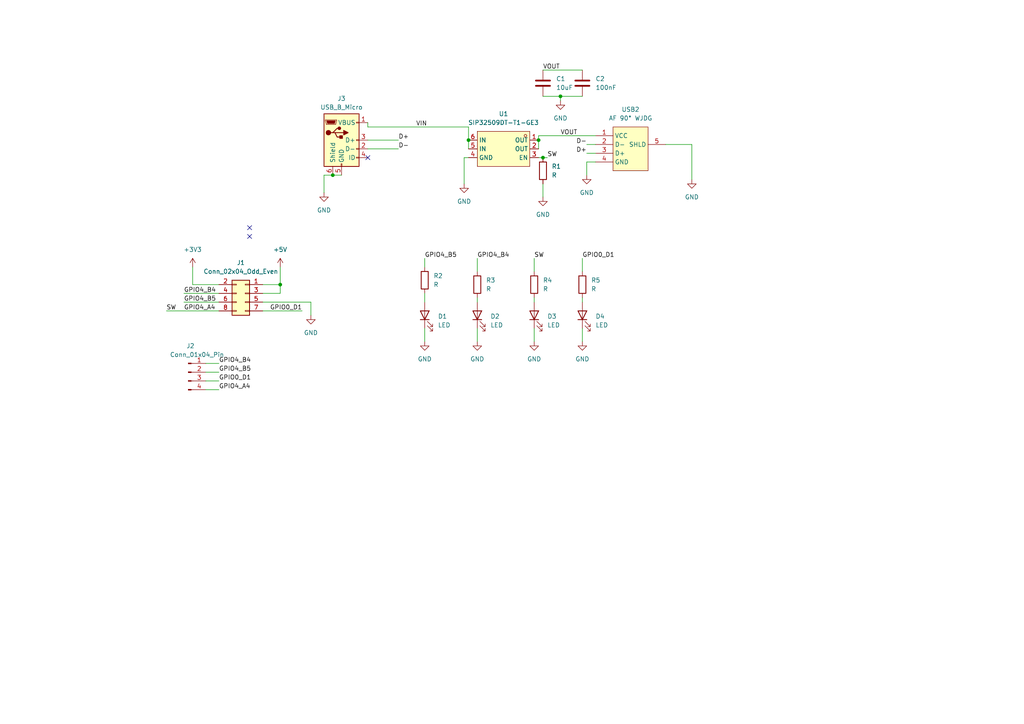
<source format=kicad_sch>
(kicad_sch (version 20230121) (generator eeschema)
  (paper "A4")
  (lib_symbols
    (symbol "Connector:Conn_01x04_Pin" (pin_names (offset 1.016) hide)
      (property "Reference" "J" (at 0 5.08 0))
      (property "Value" "Conn_01x04_Pin" (at 0 -7.62 0))
      (symbol "Conn_01x04_Pin_1_1"
        (polyline (pts (xy 1.27 -5.08) (xy 0.8636 -5.08)) (stroke (width 0.1524)))
        (polyline (pts (xy 1.27 -2.54) (xy 0.8636 -2.54)) (stroke (width 0.1524)))
        (polyline (pts (xy 1.27 0) (xy 0.8636 0)) (stroke (width 0.1524)))
        (polyline (pts (xy 1.27 2.54) (xy 0.8636 2.54)) (stroke (width 0.1524)))
        (rectangle (start 0.8636 -4.953) (end 0 -5.207) (stroke (width 0.1524)) (fill (type outline)))
        (rectangle (start 0.8636 -2.413) (end 0 -2.667) (stroke (width 0.1524)) (fill (type outline)))
        (rectangle (start 0.8636 0.127) (end 0 -0.127) (stroke (width 0.1524)) (fill (type outline)))
        (rectangle (start 0.8636 2.667) (end 0 2.413) (stroke (width 0.1524)) (fill (type outline)))
        (pin passive line (at 5.08 2.54 180) (length 3.81) (name "Pin_1") (number "1"))
        (pin passive line (at 5.08 0 180) (length 3.81) (name "Pin_2") (number "2"))
        (pin passive line (at 5.08 -2.54 180) (length 3.81) (name "Pin_3") (number "3"))
        (pin passive line (at 5.08 -5.08 180) (length 3.81) (name "Pin_4") (number "4"))
      )
    )
    (symbol "Connector:USB_B_Micro" (pin_names (offset 1.016))
      (property "Reference" "J" (at -5.08 11.43 0))
      (property "Value" "USB_B_Micro" (at -5.08 8.89 0))
      (symbol "USB_B_Micro_0_1"
        (rectangle (start -5.08 -7.62) (end 5.08 7.62) (stroke (width 0.254)) (fill (type background)))
        (circle (center -3.81 2.159) (radius 0.635) (stroke (width 0.254)) (fill (type outline)))
        (circle (center -0.635 3.429) (radius 0.381) (stroke (width 0.254)) (fill (type outline)))
        (rectangle (start -0.127 -7.62) (end 0.127 -6.858))
        (polyline (pts (xy -1.905 2.159) (xy 0.635 2.159)) (stroke (width 0.254)))
        (polyline (pts (xy -3.175 2.159) (xy -2.54 2.159) (xy -1.27 3.429) (xy -0.635 3.429)) (stroke (width 0.254)))
        (polyline (pts (xy -2.54 2.159) (xy -1.905 2.159) (xy -1.27 0.889) (xy 0 0.889)) (stroke (width 0.254)))
        (polyline (pts (xy 0.635 2.794) (xy 0.635 1.524) (xy 1.905 2.159) (xy 0.635 2.794)) (stroke (width 0.254)) (fill (type outline)))
        (polyline (pts (xy -4.318 5.588) (xy -1.778 5.588) (xy -2.032 4.826) (xy -4.064 4.826) (xy -4.318 5.588)) (fill (type outline)))
        (polyline (pts (xy -4.699 5.842) (xy -4.699 5.588) (xy -4.445 4.826) (xy -4.445 4.572) (xy -1.651 4.572) (xy -1.651 4.826) (xy -1.397 5.588) (xy -1.397 5.842) (xy -4.699 5.842)))
        (rectangle (start 0.254 1.27) (end -0.508 0.508) (stroke (width 0.254)) (fill (type outline)))
        (rectangle (start 5.08 -5.207) (end 4.318 -4.953))
        (rectangle (start 5.08 -2.667) (end 4.318 -2.413))
        (rectangle (start 5.08 -0.127) (end 4.318 0.127))
        (rectangle (start 5.08 4.953) (end 4.318 5.207))
      )
      (symbol "USB_B_Micro_1_1"
        (pin power_out line (at 7.62 5.08 180) (length 2.54) (name "VBUS") (number "1"))
        (pin bidirectional line (at 7.62 -2.54 180) (length 2.54) (name "D-") (number "2"))
        (pin bidirectional line (at 7.62 0 180) (length 2.54) (name "D+") (number "3"))
        (pin passive line (at 7.62 -5.08 180) (length 2.54) (name "ID") (number "4"))
        (pin power_out line (at 0 -10.16 90) (length 2.54) (name "GND") (number "5"))
        (pin passive line (at -2.54 -10.16 90) (length 2.54) (name "Shield") (number "6"))
      )
    )
    (symbol "Connector_Generic:Conn_02x04_Odd_Even" (pin_names (offset 1.016) hide)
      (property "Reference" "J" (at 1.27 5.08 0))
      (property "Value" "Conn_02x04_Odd_Even" (at 1.27 -7.62 0))
      (symbol "Conn_02x04_Odd_Even_1_1"
        (rectangle (start -1.27 -4.953) (end 0 -5.207) (stroke (width 0.1524)))
        (rectangle (start -1.27 -2.413) (end 0 -2.667) (stroke (width 0.1524)))
        (rectangle (start -1.27 0.127) (end 0 -0.127) (stroke (width 0.1524)))
        (rectangle (start -1.27 2.667) (end 0 2.413) (stroke (width 0.1524)))
        (rectangle (start -1.27 3.81) (end 3.81 -6.35) (stroke (width 0.254)) (fill (type background)))
        (rectangle (start 3.81 -4.953) (end 2.54 -5.207) (stroke (width 0.1524)))
        (rectangle (start 3.81 -2.413) (end 2.54 -2.667) (stroke (width 0.1524)))
        (rectangle (start 3.81 0.127) (end 2.54 -0.127) (stroke (width 0.1524)))
        (rectangle (start 3.81 2.667) (end 2.54 2.413) (stroke (width 0.1524)))
        (pin passive line (at -5.08 2.54 0) (length 3.81) (name "Pin_1") (number "1"))
        (pin passive line (at 7.62 2.54 180) (length 3.81) (name "Pin_2") (number "2"))
        (pin passive line (at -5.08 0 0) (length 3.81) (name "Pin_3") (number "3"))
        (pin passive line (at 7.62 0 180) (length 3.81) (name "Pin_4") (number "4"))
        (pin passive line (at -5.08 -2.54 0) (length 3.81) (name "Pin_5") (number "5"))
        (pin passive line (at 7.62 -2.54 180) (length 3.81) (name "Pin_6") (number "6"))
        (pin passive line (at -5.08 -5.08 0) (length 3.81) (name "Pin_7") (number "7"))
        (pin passive line (at 7.62 -5.08 180) (length 3.81) (name "Pin_8") (number "8"))
      )
    )
    (symbol "Device:C" (pin_numbers hide) (pin_names (offset 0.254))
      (property "Reference" "C" (at 0.635 2.54 0))
      (property "Value" "C" (at 0.635 -2.54 0))
      (symbol "C_0_1"
        (polyline (pts (xy -2.032 -0.762) (xy 2.032 -0.762)) (stroke (width 0.508)))
        (polyline (pts (xy -2.032 0.762) (xy 2.032 0.762)) (stroke (width 0.508)))
      )
      (symbol "C_1_1"
        (pin passive line (at 0 3.81 270) (length 2.794) (name "~") (number "1"))
        (pin passive line (at 0 -3.81 90) (length 2.794) (name "~") (number "2"))
      )
    )
    (symbol "Device:LED" (pin_numbers hide) (pin_names (offset 1.016) hide)
      (property "Reference" "D" (at 0 2.54 0))
      (property "Value" "LED" (at 0 -2.54 0))
      (symbol "LED_0_1"
        (polyline (pts (xy -1.27 -1.27) (xy -1.27 1.27)) (stroke (width 0.254)))
        (polyline (pts (xy -1.27 0) (xy 1.27 0)))
        (polyline (pts (xy 1.27 -1.27) (xy 1.27 1.27) (xy -1.27 0) (xy 1.27 -1.27)) (stroke (width 0.254)))
        (polyline (pts (xy -3.048 -0.762) (xy -4.572 -2.286) (xy -3.81 -2.286) (xy -4.572 -2.286) (xy -4.572 -1.524)))
        (polyline (pts (xy -1.778 -0.762) (xy -3.302 -2.286) (xy -2.54 -2.286) (xy -3.302 -2.286) (xy -3.302 -1.524)))
      )
      (symbol "LED_1_1"
        (pin passive line (at -3.81 0 0) (length 2.54) (name "K") (number "1"))
        (pin passive line (at 3.81 0 180) (length 2.54) (name "A") (number "2"))
      )
    )
    (symbol "Device:R" (pin_numbers hide) (pin_names (offset 0))
      (property "Reference" "R" (at 2.032 0 90))
      (property "Value" "R" (at 0 0 90))
      (symbol "R_0_1"
        (rectangle (start -1.016 -2.54) (end 1.016 2.54) (stroke (width 0.254)))
      )
      (symbol "R_1_1"
        (pin passive line (at 0 3.81 270) (length 1.27) (name "~") (number "1"))
        (pin passive line (at 0 -3.81 90) (length 1.27) (name "~") (number "2"))
      )
    )
    (symbol "SiP32509:SIP32509DT-T1-GE3"
      (property "Reference" "U" (at 0 7.62 0))
      (property "Value" "SIP32509DT-T1-GE3" (at 0 -7.62 0))
      (symbol "SIP32509DT-T1-GE3_0_1"
        (rectangle (start -7.62 5.08) (end 7.62 -5.08) (fill (type background)))
        (circle (center -6.35 3.81) (radius 0.38))
        (pin unspecified line (at -10.16 2.54 0) (length 2.54) (name "OUT") (number "1"))
        (pin unspecified line (at -10.16 0 0) (length 2.54) (name "OUT") (number "2"))
        (pin unspecified line (at -10.16 -2.54 0) (length 2.54) (name "EN") (number "3"))
        (pin unspecified line (at 10.16 -2.54 180) (length 2.54) (name "GND") (number "4"))
        (pin unspecified line (at 10.16 0 180) (length 2.54) (name "IN") (number "5"))
        (pin unspecified line (at 10.16 2.54 180) (length 2.54) (name "IN") (number "6"))
      )
    )
    (symbol "power:+3V3" (power) (pin_names (offset 0))
      (property "Value" "+3V3" (at 0 3.556 0))
      (symbol "+3V3_0_1"
        (polyline (pts (xy -0.762 1.27) (xy 0 2.54)))
        (polyline (pts (xy 0 0) (xy 0 2.54)))
        (polyline (pts (xy 0 2.54) (xy 0.762 1.27)))
      )
      (symbol "+3V3_1_1"
        (pin power_in line (at 0 0 90) (length 0) hide (name "+3V3") (number "1"))
      )
    )
    (symbol "power:+5V" (power) (pin_names (offset 0))
      (property "Value" "+5V" (at 0 3.556 0))
      (symbol "+5V_0_1"
        (polyline (pts (xy -0.762 1.27) (xy 0 2.54)))
        (polyline (pts (xy 0 0) (xy 0 2.54)))
        (polyline (pts (xy 0 2.54) (xy 0.762 1.27)))
      )
      (symbol "+5V_1_1"
        (pin power_in line (at 0 0 90) (length 0) hide (name "+5V") (number "1"))
      )
    )
    (symbol "power:GND" (power) (pin_names (offset 0))
      (property "Value" "GND" (at 0 -3.81 0))
      (symbol "GND_0_1"
        (polyline (pts (xy 0 0) (xy 0 -1.27) (xy 1.27 -1.27) (xy 0 -2.54) (xy -1.27 -1.27) (xy 0 -1.27)))
      )
      (symbol "GND_1_1"
        (pin power_in line (at 0 0 270) (length 0) hide (name "GND") (number "1"))
      )
    )
    (symbol "usb:AF90°WJDG"
      (property "Reference" "USB" (at 0 7.62 0))
      (property "Value" "AF 90° WJDG" (at 0 -10.16 0))
      (symbol "AF90°WJDG_0_1"
        (rectangle (start -5.08 5.08) (end 5.08 -7.62) (fill (type background)))
        (pin input line (at 10.16 2.54 180) (length 5.08) (name "VCC") (number "1"))
        (pin input line (at 10.16 0 180) (length 5.08) (name "D-") (number "2"))
        (pin input line (at 10.16 -2.54 180) (length 5.08) (name "D+") (number "3"))
        (pin input line (at 10.16 -5.08 180) (length 5.08) (name "GND") (number "4"))
        (pin unspecified line (at -10.16 0 0) (length 5.08) (name "SHLD") (number "5"))
      )
    )
  )
  (junction (at 81.28 82.55))
  (junction (at 156.21 40.64))
  (junction (at 162.56 27.94))
  (junction (at 96.52 50.8))
  (junction (at 157.48 45.72))
  (junction (at 135.89 40.64))
  (no_connect (at 106.68 45.72))
  (no_connect (at 72.39 66.04))
  (no_connect (at 72.39 68.58))
  (wire (pts (xy 170.18 46.99) (xy 172.72 46.99)))
  (wire (pts (xy 157.48 45.72) (xy 158.75 45.72)))
  (wire (pts (xy 200.66 52.07) (xy 200.66 41.91)))
  (wire (pts (xy 168.91 95.25) (xy 168.91 99.06)))
  (wire (pts (xy 135.89 40.64) (xy 135.89 43.18)))
  (wire (pts (xy 156.21 39.37) (xy 172.72 39.37)))
  (wire (pts (xy 63.5 107.95) (xy 59.69 107.95)))
  (wire (pts (xy 157.48 20.32) (xy 168.91 20.32)))
  (wire (pts (xy 154.94 74.93) (xy 154.94 78.74)))
  (wire (pts (xy 76.2 90.17) (xy 87.63 90.17)))
  (wire (pts (xy 106.68 36.83) (xy 135.89 36.83)))
  (wire (pts (xy 106.68 43.18) (xy 115.57 43.18)))
  (wire (pts (xy 168.91 86.36) (xy 168.91 87.63)))
  (wire (pts (xy 123.19 74.93) (xy 123.19 77.47)))
  (wire (pts (xy 96.52 50.8) (xy 99.06 50.8)))
  (wire (pts (xy 93.98 55.88) (xy 93.98 50.8)))
  (wire (pts (xy 134.62 45.72) (xy 135.89 45.72)))
  (wire (pts (xy 156.21 40.64) (xy 156.21 43.18)))
  (wire (pts (xy 81.28 77.47) (xy 81.28 82.55)))
  (wire (pts (xy 162.56 27.94) (xy 168.91 27.94)))
  (wire (pts (xy 154.94 86.36) (xy 154.94 87.63)))
  (wire (pts (xy 156.21 40.64) (xy 156.21 39.37)))
  (wire (pts (xy 90.17 87.63) (xy 76.2 87.63)))
  (wire (pts (xy 53.34 87.63) (xy 63.5 87.63)))
  (wire (pts (xy 172.72 44.45) (xy 170.18 44.45)))
  (wire (pts (xy 156.21 45.72) (xy 157.48 45.72)))
  (wire (pts (xy 170.18 41.91) (xy 172.72 41.91)))
  (wire (pts (xy 81.28 85.09) (xy 76.2 85.09)))
  (wire (pts (xy 90.17 91.44) (xy 90.17 87.63)))
  (wire (pts (xy 135.89 36.83) (xy 135.89 40.64)))
  (wire (pts (xy 134.62 53.34) (xy 134.62 45.72)))
  (wire (pts (xy 55.88 82.55) (xy 63.5 82.55)))
  (wire (pts (xy 138.43 86.36) (xy 138.43 87.63)))
  (wire (pts (xy 168.91 74.93) (xy 168.91 78.74)))
  (wire (pts (xy 48.26 90.17) (xy 63.5 90.17)))
  (wire (pts (xy 55.88 77.47) (xy 55.88 82.55)))
  (wire (pts (xy 138.43 95.25) (xy 138.43 99.06)))
  (wire (pts (xy 81.28 82.55) (xy 81.28 85.09)))
  (wire (pts (xy 106.68 36.83) (xy 106.68 35.56)))
  (wire (pts (xy 162.56 29.21) (xy 162.56 27.94)))
  (wire (pts (xy 170.18 50.8) (xy 170.18 46.99)))
  (wire (pts (xy 162.56 27.94) (xy 157.48 27.94)))
  (wire (pts (xy 157.48 53.34) (xy 157.48 57.15)))
  (wire (pts (xy 81.28 82.55) (xy 76.2 82.55)))
  (wire (pts (xy 138.43 74.93) (xy 138.43 78.74)))
  (wire (pts (xy 63.5 113.03) (xy 59.69 113.03)))
  (wire (pts (xy 63.5 110.49) (xy 59.69 110.49)))
  (wire (pts (xy 63.5 105.41) (xy 59.69 105.41)))
  (wire (pts (xy 106.68 40.64) (xy 115.57 40.64)))
  (wire (pts (xy 123.19 85.09) (xy 123.19 87.63)))
  (wire (pts (xy 123.19 95.25) (xy 123.19 99.06)))
  (wire (pts (xy 93.98 50.8) (xy 96.52 50.8)))
  (wire (pts (xy 200.66 41.91) (xy 193.04 41.91)))
  (wire (pts (xy 154.94 95.25) (xy 154.94 99.06)))
  (wire (pts (xy 53.34 85.09) (xy 63.5 85.09)))
  (label "SW" (at 48.26 90.17 0))
  (label "VOUT" (at 157.48 20.32 0))
  (label "VOUT" (at 162.56 39.37 0))
  (label "VIN" (at 120.65 36.83 0))
  (label "GPIO4_B5" (at 123.19 74.93 0))
  (label "GPIO4_A4" (at 53.34 90.17 0))
  (label "GPIO4_A4" (at 63.5 113.03 0))
  (label "D-" (at 115.57 43.18 0))
  (label "SW" (at 158.75 45.72 0))
  (label "GPIO0_D1" (at 168.91 74.93 0))
  (label "D+" (at 170.18 44.45 180))
  (label "GPIO4_B5" (at 63.5 107.95 0))
  (label "GPIO4_B4" (at 63.5 105.41 0))
  (label "GPIO4_B4" (at 138.43 74.93 0))
  (label "GPIO4_B5" (at 53.34 87.63 0))
  (label "D+" (at 115.57 40.64 0))
  (label "GPIO4_B4" (at 53.34 85.09 0))
  (label "D-" (at 170.18 41.91 180))
  (label "GPIO0_D1" (at 63.5 110.49 0))
  (label "SW" (at 154.94 74.93 0))
  (label "GPIO0_D1" (at 87.63 90.17 180))
  (symbol (lib_id "power:GND") (at 93.98 55.88 0) (unit 1)
    (property "Reference" "#PWR07" (effects hide))
    (property "Value" "GND" (at 93.98 60.96 0))
  )
  (symbol (lib_id "usb:AF90°WJDG") (at 182.88 41.91 0) (mirror y) (unit 1)
    (property "Reference" "USB2" (at 182.88 31.75 0))
    (property "Value" "AF 90° WJDG" (at 182.88 34.29 0))
    (property "Footprint" "usb.pretty:USB-A-TH_AF-WJDG" (effects hide))
    (property "Datasheet" "https://lcsc.com/product-detail/USB-Connectors_SHOU-HAN-AF-900-WJDG_C456018.html" (effects hide))
    (property "LCSC Part" "C456018" (effects hide))
  )
  (symbol (lib_id "power:GND") (at 90.17 91.44 0) (unit 1)
    (property "Reference" "#PWR09" (effects hide))
    (property "Value" "GND" (at 90.17 96.52 0))
  )
  (symbol (lib_id "Device:R") (at 157.48 49.53 0) (unit 1)
    (property "Reference" "R1" (at 160.02 48.26 0) (effects (justify left)))
    (property "Value" "R" (at 160.02 50.8 0) (effects (justify left)))
    (property "Footprint" "Resistor_SMD:R_0805_2012Metric" (effects hide))
  )
  (symbol (lib_id "Device:C") (at 157.48 24.13 0) (unit 1)
    (property "Reference" "C1" (at 161.29 22.86 0) (effects (justify left)))
    (property "Value" "10uF" (at 161.29 25.4 0) (effects (justify left)))
    (property "Footprint" "Capacitor_SMD:C_0805_2012Metric" (effects hide))
    (property "LCSC" "C15850" (effects hide))
  )
  (symbol (lib_id "power:GND") (at 134.62 53.34 0) (unit 1)
    (property "Reference" "#PWR02" (effects hide))
    (property "Value" "GND" (at 134.62 58.42 0))
  )
  (symbol (lib_id "power:GND") (at 138.43 99.06 0) (unit 1)
    (property "Reference" "#PWR011" (effects hide))
    (property "Value" "GND" (at 138.43 104.14 0))
  )
  (symbol (lib_id "SiP32509:SIP32509DT-T1-GE3") (at 146.05 43.18 0) (mirror y) (unit 1)
    (property "Reference" "U1" (at 146.05 33.02 0))
    (property "Value" "SIP32509DT-T1-GE3" (at 146.05 35.56 0))
    (property "Footprint" "sip.pretty:TSOT-23-6_L2.9-W1.6-P0.95-LS2.8-BL" (effects hide))
    (property "Datasheet" "https://lcsc.com/product-detail/Others_Vishay-Intertech-SIP32509DT-T1-GE3_C335619.html" (effects hide))
    (property "LCSC Part" "C335619" (effects hide))
  )
  (symbol (lib_id "Device:R") (at 123.19 81.28 0) (unit 1)
    (property "Reference" "R2" (at 125.73 80.01 0) (effects (justify left)))
    (property "Value" "R" (at 125.73 82.55 0) (effects (justify left)))
    (property "Footprint" "Resistor_SMD:R_0805_2012Metric" (effects hide))
  )
  (symbol (lib_id "Device:R") (at 138.43 82.55 0) (unit 1)
    (property "Reference" "R3" (at 140.97 81.28 0) (effects (justify left)))
    (property "Value" "R" (at 140.97 83.82 0) (effects (justify left)))
    (property "Footprint" "Resistor_SMD:R_0805_2012Metric" (effects hide))
  )
  (symbol (lib_id "power:+3V3") (at 55.88 77.47 0) (unit 1)
    (property "Reference" "#PWR010" (effects hide))
    (property "Value" "+3V3" (at 55.88 72.39 0))
  )
  (symbol (lib_id "power:GND") (at 123.19 99.06 0) (unit 1)
    (property "Reference" "#PWR01" (effects hide))
    (property "Value" "GND" (at 123.19 104.14 0))
  )
  (symbol (lib_id "power:GND") (at 154.94 99.06 0) (unit 1)
    (property "Reference" "#PWR012" (effects hide))
    (property "Value" "GND" (at 154.94 104.14 0))
  )
  (symbol (lib_id "Connector_Generic:Conn_02x04_Odd_Even") (at 71.12 85.09 0) (mirror y) (unit 1)
    (property "Reference" "J1" (at 69.85 76.2 0))
    (property "Value" "Conn_02x04_Odd_Even" (at 69.85 78.74 0))
    (property "Footprint" "Connector_PinSocket_2.54mm:PinSocket_2x04_P2.54mm_Vertical" (effects hide))
  )
  (symbol (lib_id "Connector:USB_B_Micro") (at 99.06 40.64 0) (unit 1)
    (property "Reference" "J3" (at 99.06 28.575 0))
    (property "Value" "USB_B_Micro" (at 99.06 31.115 0))
    (property "Footprint" "Connector_USB:USB_Micro-AB_Molex_47590-0001" (effects hide))
    (property "LCSC" "C136001" (effects hide))
  )
  (symbol (lib_id "Device:LED") (at 123.19 91.44 90) (unit 1)
    (property "Reference" "D1" (at 127 91.7575 90) (effects (justify right)))
    (property "Value" "LED" (at 127 94.2975 90) (effects (justify right)))
    (property "Footprint" "LED_SMD:LED_0805_2012Metric" (effects hide))
  )
  (symbol (lib_id "Device:R") (at 168.91 82.55 0) (unit 1)
    (property "Reference" "R5" (at 171.45 81.28 0) (effects (justify left)))
    (property "Value" "R" (at 171.45 83.82 0) (effects (justify left)))
    (property "Footprint" "Resistor_SMD:R_0805_2012Metric" (effects hide))
  )
  (symbol (lib_id "Device:LED") (at 154.94 91.44 90) (unit 1)
    (property "Reference" "D3" (at 158.75 91.7575 90) (effects (justify right)))
    (property "Value" "LED" (at 158.75 94.2975 90) (effects (justify right)))
    (property "Footprint" "LED_SMD:LED_0805_2012Metric" (effects hide))
  )
  (symbol (lib_id "power:GND") (at 157.48 57.15 0) (unit 1)
    (property "Reference" "#PWR04" (effects hide))
    (property "Value" "GND" (at 157.48 62.23 0))
  )
  (symbol (lib_id "power:GND") (at 168.91 99.06 0) (unit 1)
    (property "Reference" "#PWR013" (effects hide))
    (property "Value" "GND" (at 168.91 104.14 0))
  )
  (symbol (lib_id "Device:LED") (at 168.91 91.44 90) (unit 1)
    (property "Reference" "D4" (at 172.72 91.7575 90) (effects (justify right)))
    (property "Value" "LED" (at 172.72 94.2975 90) (effects (justify right)))
    (property "Footprint" "LED_SMD:LED_0805_2012Metric" (effects hide))
  )
  (symbol (lib_id "Device:C") (at 168.91 24.13 0) (unit 1)
    (property "Reference" "C2" (at 172.72 22.86 0) (effects (justify left)))
    (property "Value" "100nF" (at 172.72 25.4 0) (effects (justify left)))
    (property "Footprint" "Capacitor_SMD:C_0805_2012Metric" (effects hide))
    (property "LCSC" "C49678" (effects hide))
  )
  (symbol (lib_id "power:+5V") (at 81.28 77.47 0) (unit 1)
    (property "Reference" "#PWR08" (effects hide))
    (property "Value" "+5V" (at 81.28 72.39 0))
  )
  (symbol (lib_id "power:GND") (at 170.18 50.8 0) (unit 1)
    (property "Reference" "#PWR06" (effects hide))
    (property "Value" "GND" (at 170.18 55.88 0))
  )
  (symbol (lib_id "power:GND") (at 162.56 29.21 0) (unit 1)
    (property "Reference" "#PWR05" (effects hide))
    (property "Value" "GND" (at 162.56 34.29 0))
  )
  (symbol (lib_id "Device:R") (at 154.94 82.55 0) (unit 1)
    (property "Reference" "R4" (at 157.48 81.28 0) (effects (justify left)))
    (property "Value" "R" (at 157.48 83.82 0) (effects (justify left)))
    (property "Footprint" "Resistor_SMD:R_0805_2012Metric" (effects hide))
  )
  (symbol (lib_id "Connector:Conn_01x04_Pin") (at 54.61 107.95 0) (unit 1)
    (property "Reference" "J2" (at 55.245 100.33 0))
    (property "Value" "Conn_01x04_Pin" (at 57.15 102.87 0))
    (property "Footprint" "Connector_PinHeader_2.54mm:PinHeader_1x04_P2.54mm_Vertical" (effects hide))
  )
  (symbol (lib_id "power:GND") (at 200.66 52.07 0) (unit 1)
    (property "Reference" "#PWR03" (effects hide))
    (property "Value" "GND" (at 200.66 57.15 0))
  )
  (symbol (lib_id "Device:LED") (at 138.43 91.44 90) (unit 1)
    (property "Reference" "D2" (at 142.24 91.7575 90) (effects (justify right)))
    (property "Value" "LED" (at 142.24 94.2975 90) (effects (justify right)))
    (property "Footprint" "LED_SMD:LED_0805_2012Metric" (effects hide))
  )
)
</source>
